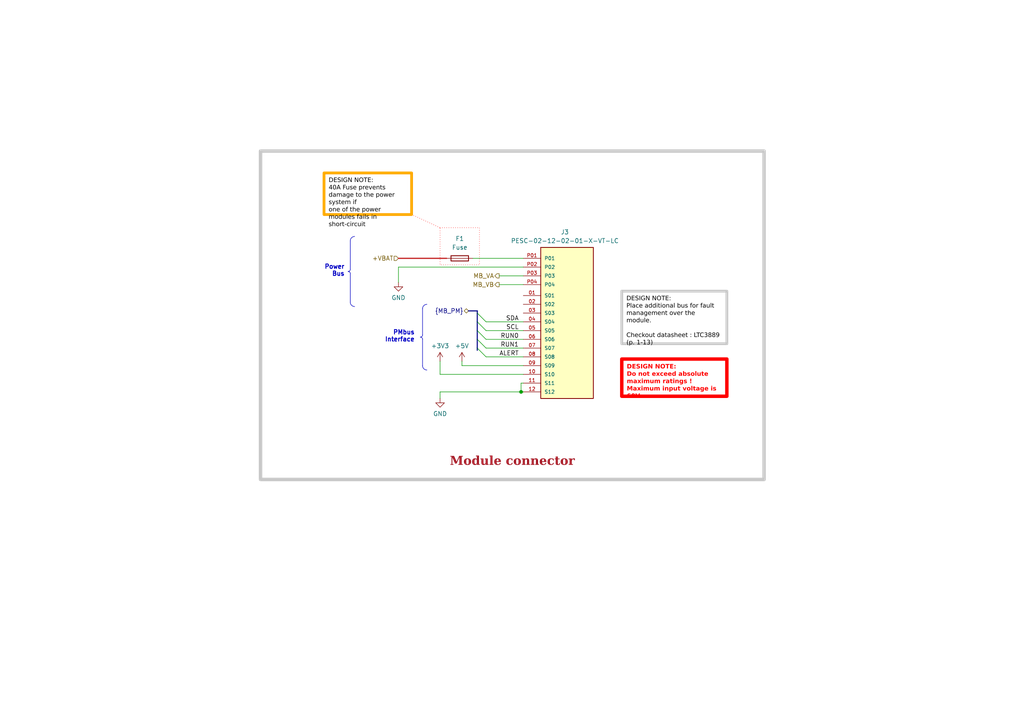
<source format=kicad_sch>
(kicad_sch (version 20230121) (generator eeschema)
  (paper "A4")
  (lib_symbols
    (symbol "Device:Fuse" (pin_numbers hide) (pin_names (offset 0))
      (property "Reference" "F" (at 2.032 0 90))
      (property "Value" "Fuse" (at -1.905 0 90))
      (symbol "Fuse_0_1"
        (rectangle (start -0.762 -2.54) (end 0.762 2.54) (stroke (width 0.254)))
        (polyline (pts (xy 0 2.54) (xy 0 -2.54)))
      )
      (symbol "Fuse_1_1"
        (pin passive line (at 0 3.81 270) (length 1.27) (name "~") (number "1"))
        (pin passive line (at 0 -3.81 90) (length 1.27) (name "~") (number "2"))
      )
    )
    (symbol "PESC-02-12-02-01-X-VT-LC:PESC-02-12-02-01-X-VT-LC" (pin_names (offset 1.016))
      (property "Reference" "J3" (at 0 24.765 0))
      (property "Value" "PESC-02-12-02-01-X-VT-LC" (at 0 22.225 0))
      (symbol "PESC-02-12-02-01-X-VT-LC_0_0"
        (rectangle (start -6.985 20.32) (end 8.255 -23.495) (stroke (width 0.254)) (fill (type background)))
      )
      (symbol "PESC-02-12-02-01-X-VT-LC_1_0"
        (pin passive line (at -12.065 6.35 0) (length 5.08) (name "S01") (number "01"))
        (pin passive line (at -12.065 3.81 0) (length 5.08) (name "S02") (number "02"))
        (pin passive line (at -12.065 1.27 0) (length 5.08) (name "S03") (number "03"))
        (pin passive line (at -12.065 -1.27 0) (length 5.08) (name "S04") (number "04"))
        (pin passive line (at -12.065 -3.81 0) (length 5.08) (name "S05") (number "05"))
        (pin passive line (at -12.065 -6.35 0) (length 5.08) (name "S06") (number "06"))
        (pin passive line (at -12.065 -8.89 0) (length 5.08) (name "S07") (number "07"))
        (pin passive line (at -12.065 -11.43 0) (length 5.08) (name "S08") (number "08"))
        (pin passive line (at -12.065 -13.97 0) (length 5.08) (name "S09") (number "09"))
        (pin passive line (at -12.065 -16.51 0) (length 5.08) (name "S10") (number "10"))
        (pin passive line (at -12.065 -19.05 0) (length 5.08) (name "S11") (number "11"))
        (pin passive line (at -12.065 -21.59 0) (length 5.08) (name "S12") (number "12"))
        (pin power_in line (at -12.065 17.145 0) (length 5.08) (name "P01") (number "P01"))
        (pin power_in line (at -12.065 17.145 0) (length 5.08) hide (name "P01") (number "P01_2"))
        (pin power_in line (at -12.065 17.145 0) (length 5.08) hide (name "P01__2") (number "P01_3"))
        (pin power_in line (at -12.065 17.145 0) (length 5.08) hide (name "P01__3") (number "P01_4"))
        (pin power_in line (at -12.065 17.145 0) (length 5.08) hide (name "P01__4") (number "P01_5"))
        (pin power_in line (at -12.065 17.145 0) (length 5.08) hide (name "P01__5") (number "P01_6"))
        (pin power_in line (at -12.065 17.145 0) (length 5.08) hide (name "P01__6") (number "P01_7"))
        (pin power_in line (at -12.065 17.145 0) (length 5.08) hide (name "P01__7") (number "P01_8"))
        (pin power_in line (at -12.065 14.605 0) (length 5.08) (name "P02") (number "P02"))
        (pin power_in line (at -12.065 14.605 0) (length 5.08) hide (name "P02__1") (number "P02_2"))
        (pin power_in line (at -12.065 14.605 0) (length 5.08) hide (name "P02__2") (number "P02_3"))
        (pin power_in line (at -12.065 14.605 0) (length 5.08) hide (name "P02__3") (number "P02_4"))
        (pin power_in line (at -12.065 14.605 0) (length 5.08) hide (name "P02__4") (number "P02_5"))
        (pin power_in line (at -12.065 14.605 0) (length 5.08) hide (name "P02__5") (number "P02_6"))
        (pin power_in line (at -12.065 14.605 0) (length 5.08) hide (name "P02__6") (number "P02_7"))
        (pin power_in line (at -12.065 14.605 0) (length 5.08) hide (name "P02__7") (number "P02_8"))
        (pin power_in line (at -12.065 12.065 0) (length 5.08) (name "P03") (number "P03"))
        (pin power_in line (at -12.065 12.065 0) (length 5.08) hide (name "P03__1") (number "P03_2"))
        (pin power_in line (at -12.065 12.065 0) (length 5.08) hide (name "P03__2") (number "P03_3"))
        (pin power_in line (at -12.065 12.065 0) (length 5.08) hide (name "P03__3") (number "P03_4"))
        (pin power_in line (at -12.065 12.065 0) (length 5.08) hide (name "P03__4") (number "P03_5"))
        (pin power_in line (at -12.065 12.065 0) (length 5.08) hide (name "P03__5") (number "P03_6"))
        (pin power_in line (at -12.065 12.065 0) (length 5.08) hide (name "P03__6") (number "P03_7"))
        (pin power_in line (at -12.065 12.065 0) (length 5.08) hide (name "P03__7") (number "P03_8"))
        (pin power_in line (at -12.065 9.525 0) (length 5.08) (name "P04") (number "P04"))
        (pin power_in line (at -12.065 9.525 0) (length 5.08) hide (name "P04__1") (number "P04_2"))
        (pin power_in line (at -12.065 9.525 0) (length 5.08) hide (name "P04__2") (number "P04_3"))
        (pin power_in line (at -12.065 9.525 0) (length 5.08) hide (name "P04__3") (number "P04_4"))
        (pin power_in line (at -12.065 9.525 0) (length 5.08) hide (name "P04__4") (number "P04_5"))
        (pin power_in line (at -12.065 9.525 0) (length 5.08) hide (name "P04__5") (number "P04_6"))
        (pin power_in line (at -12.065 9.525 0) (length 5.08) hide (name "P04__6") (number "P04_7"))
        (pin power_in line (at -12.065 9.525 0) (length 5.08) hide (name "P04__7") (number "P04_8"))
      )
    )
    (symbol "power:+3V3" (power) (pin_names (offset 0))
      (property "Value" "+3V3" (at 0 3.556 0))
      (symbol "+3V3_0_1"
        (polyline (pts (xy -0.762 1.27) (xy 0 2.54)))
        (polyline (pts (xy 0 0) (xy 0 2.54)))
        (polyline (pts (xy 0 2.54) (xy 0.762 1.27)))
      )
      (symbol "+3V3_1_1"
        (pin power_in line (at 0 0 90) (length 0) hide (name "+3V3") (number "1"))
      )
    )
    (symbol "power:+5V" (power) (pin_names (offset 0))
      (property "Value" "+5V" (at 0 3.556 0))
      (symbol "+5V_0_1"
        (polyline (pts (xy -0.762 1.27) (xy 0 2.54)))
        (polyline (pts (xy 0 0) (xy 0 2.54)))
        (polyline (pts (xy 0 2.54) (xy 0.762 1.27)))
      )
      (symbol "+5V_1_1"
        (pin power_in line (at 0 0 90) (length 0) hide (name "+5V") (number "1"))
      )
    )
    (symbol "power:GND" (power) (pin_names (offset 0))
      (property "Value" "GND" (at 0 -3.81 0))
      (symbol "GND_0_1"
        (polyline (pts (xy 0 0) (xy 0 -1.27) (xy 1.27 -1.27) (xy 0 -2.54) (xy -1.27 -1.27) (xy 0 -1.27)))
      )
      (symbol "GND_1_1"
        (pin power_in line (at 0 0 270) (length 0) hide (name "GND") (number "1"))
      )
    )
  )
  (junction (at 151.13 113.665))
  (bus_entry (at 138.43 90.805) (size 2.54 2.54))
  (bus_entry (at 138.43 98.425) (size 2.54 2.54))
  (bus_entry (at 138.43 100.965) (size 2.54 2.54))
  (bus_entry (at 138.43 93.345) (size 2.54 2.54))
  (bus_entry (at 138.43 95.885) (size 2.54 2.54))
  (wire (pts (xy 140.97 98.425) (xy 151.765 98.425)))
  (wire (pts (xy 115.57 74.93) (xy 129.54 74.93)) (stroke (width 0.381) (color 200 50 50 1)))
  (bus (pts (xy 138.43 90.17) (xy 138.43 90.805)))
  (wire (pts (xy 151.13 113.665) (xy 151.13 111.125)))
  (wire (pts (xy 133.985 104.775) (xy 133.985 106.045)))
  (polyline (pts (xy 101.6 79.375) (xy 101.6 87.635)))
  (bus (pts (xy 135.89 90.17) (xy 138.43 90.17)))
  (polyline (pts (xy 101.6 69.85) (xy 101.6 78.11)))
  (bus (pts (xy 138.43 93.345) (xy 138.43 95.885)))
  (wire (pts (xy 151.13 113.665) (xy 151.765 113.665)))
  (polyline (pts (xy 122.555 98.425) (xy 122.555 106.045)))
  (wire (pts (xy 115.57 77.47) (xy 115.57 81.915)))
  (wire (pts (xy 151.765 77.47) (xy 115.57 77.47)))
  (polyline (pts (xy 119.38 62.23) (xy 127.635 66.04)) (stroke (width 0) (type dot) (color 255 0 0 1)))
  (wire (pts (xy 144.78 80.01) (xy 151.765 80.01)))
  (wire (pts (xy 127.635 113.665) (xy 127.635 115.57)))
  (wire (pts (xy 140.97 100.965) (xy 151.765 100.965)))
  (wire (pts (xy 151.13 113.665) (xy 127.635 113.665)))
  (wire (pts (xy 127.635 108.585) (xy 151.765 108.585)))
  (wire (pts (xy 127.635 104.775) (xy 127.635 108.585)))
  (wire (pts (xy 137.16 74.93) (xy 151.765 74.93)))
  (bus (pts (xy 138.43 98.425) (xy 138.43 100.965)))
  (wire (pts (xy 140.97 93.345) (xy 151.765 93.345)))
  (wire (pts (xy 144.78 82.55) (xy 151.765 82.55)))
  (wire (pts (xy 140.97 103.505) (xy 151.765 103.505)))
  (wire (pts (xy 151.765 106.045) (xy 133.985 106.045)))
  (bus (pts (xy 138.43 90.805) (xy 138.43 93.345)))
  (bus (pts (xy 138.43 95.885) (xy 138.43 98.425)))
  (wire (pts (xy 140.97 95.885) (xy 151.765 95.885)))
  (polyline (pts (xy 122.555 89.535) (xy 122.555 97.155)))
  (bus (pts (xy 138.43 100.965) (xy 138.43 101.6)))
  (wire (pts (xy 151.13 111.125) (xy 151.765 111.125)))
  (arc (start 102.87 88.905) (mid 101.9708 88.5357) (end 101.6 87.635))
  (rectangle (start 127.635 66.04) (end 139.065 76.835) (stroke (width 0) (type dot) (color 255 0 0 1)))
  (arc (start 101.605 69.855) (mid 101.9708 68.9543) (end 102.87 68.585))
  (rectangle (start 75.565 43.815) (end 221.615 139.065) (stroke (width 1) (color 200 200 200 1)))
  (arc (start 122.56 89.535) (mid 122.9287 88.6373) (end 123.825 88.265))
  (arc (start 122.56 97.15) (mid 122.3711 97.5961) (end 121.925 97.785))
  (arc (start 121.925 97.785) (mid 122.377 97.968) (end 122.56 98.42))
  (arc (start 100.97 78.74) (mid 101.4202 78.9233) (end 101.605 79.375))
  (arc (start 101.605 78.105) (mid 101.4144 78.548) (end 100.97 78.74))
  (arc (start 123.825 107.315) (mid 122.9222 106.9463) (end 122.555 106.045))
  (text_box "Module connector \n" (at 75.565 130.175 0) (size 146.05 6.985) (stroke (width -0.0001)) (effects (font (size 2.54 2.54) (thickness 0.508) bold) (justify bottom)))
  (text_box "PMbus \nInterface" (at 111.76 94.615 0) (size 9.525 5.715) (stroke (width -0.0001)) (effects (font (size 1.27 1.27) (thickness 0.254) bold) (justify right top)))
  (text_box "DESIGN NOTE:\n40A Fuse prevents damage to the power system if\none of the power modules fails in short-circuit" (at 93.98 50.165 0) (size 25.4 12.065) (stroke (width 0.8) (color 255 165 0 1)) (effects (font (size 1.27 1.27)) (justify left top)))
  (text_box "Power \nBus" (at 91.44 75.565 0) (size 9.525 5.715) (stroke (width -0.0001)) (effects (font (size 1.27 1.27) (thickness 0.254) bold) (justify right top)))
  (text_box "DESIGN NOTE:\nDo not exceed absolute maximum ratings ! Maximum input voltage is 60V." (at 180.34 104.14 0) (size 30.48 10.795) (stroke (width 1) (color 255 0 0 1)) (effects (font (size 1.27 1.27) (thickness 0.4) bold) (justify left top)))
  (text_box "DESIGN NOTE:\nPlace additional bus for fault management over the module. \n\nCheckout datasheet : LTC3889   \n(p. 1-13) \n" (at 180.34 84.455 0) (size 30.48 15.24) (stroke (width 0.8) (color 200 200 200 1)) (effects (font (size 1.27 1.27)) (justify left top)))
  (label "ALERT" (at 150.495 103.505 180))
  (label "RUN0" (at 150.495 98.425 180))
  (label "RUN1" (at 150.495 100.965 180))
  (label "SDA" (at 150.495 93.345 180))
  (label "SCL" (at 150.495 95.885 180))
  (hierarchical_label "MB_VA" (shape output) (at 144.78 80.01 180))
  (hierarchical_label "+VBAT" (shape input) (at 115.57 74.93 180))
  (hierarchical_label "{MB_PM}" (shape bidirectional) (at 135.89 90.17 180))
  (hierarchical_label "MB_VB" (shape output) (at 144.78 82.55 180))
  (symbol (lib_id "PESC-02-12-02-01-X-VT-LC:PESC-02-12-02-01-X-VT-LC") (at 163.83 92.075 0) (unit 1)
    (property "Reference" "J3" (at 163.83 67.31 0))
    (property "Value" "PESC-02-12-02-01-X-VT-LC" (at 163.83 69.85 0))
    (property "Footprint" "PESC-02-12-02-01-X-VT-LC:SAMTEC_PESC-02-12-02-01-X-VT-LC" (effects hide))
    (property "PARTREV" "B" (effects hide))
    (property "STANDARD" "Manufacturer Recommendations" (effects hide))
    (property "MAXIMUM_PACKAGE_HEIGHT" "17.04mm" (effects hide))
    (property "MANUFACTURER" "Samtec" (effects hide))
    (instances (project "smps_legged_robot" (path "" (reference "J3") (unit 1)) (path "" (reference "J4") (unit 1))))
  )
  (symbol (lib_id "power:+5V") (at 133.985 104.775 0) (unit 1)
    (property "Reference" "#PWR028" (effects hide))
    (property "Value" "+5V" (at 133.985 100.33 0))
    (instances (project "smps_legged_robot" (path "" (reference "#PWR028") (unit 1)) (path "" (reference "#PWR033") (unit 1))))
  )
  (symbol (lib_id "power:+3V3") (at 127.635 104.775 0) (unit 1)
    (property "Reference" "#PWR026" (effects hide))
    (property "Value" "+3V3" (at 127.635 100.33 0))
    (instances (project "smps_legged_robot" (path "" (reference "#PWR026") (unit 1)) (path "" (reference "#PWR031") (unit 1))))
  )
  (symbol (lib_id "Device:Fuse") (at 133.35 74.93 90) (unit 1)
    (property "Reference" "F1" (at 133.35 69.215 90))
    (property "Value" "Fuse" (at 133.35 71.755 90))
    (instances (project "smps_legged_robot" (path "" (reference "F1") (unit 1)) (path "" (reference "F2") (unit 1))))
  )
  (symbol (lib_id "power:GND") (at 127.635 115.57 0) (unit 1)
    (property "Reference" "#PWR027" (effects hide))
    (property "Value" "GND" (at 127.635 120.015 0))
    (instances (project "smps_legged_robot" (path "" (reference "#PWR027") (unit 1)) (path "" (reference "#PWR032") (unit 1))))
  )
  (symbol (lib_id "power:GND") (at 115.57 81.915 0) (unit 1)
    (property "Reference" "#PWR016" (effects hide))
    (property "Value" "GND" (at 115.57 86.36 0))
    (instances (project "smps_legged_robot" (path "" (reference "#PWR016") (unit 1)) (path "" (reference "#PWR018") (unit 1))))
  )
)
</source>
